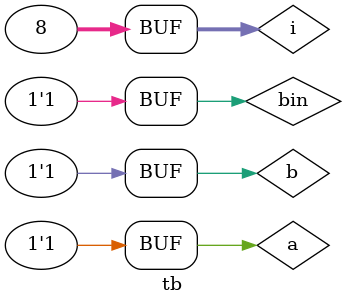
<source format=v>

module fsub(a,b,bin,diff,borrow);
  input a,b,bin;
  output reg diff,borrow;
  
  always@(a,b,bin)
    begin
      diff=a^b^bin;
      borrow=(~a&b)|(~a&bin)|(bin&b);
    end
endmodule

//testbench

module tb;
  reg a,b,bin;
  wire diff,borrow;
  integer i;
  
  fsub f1(a,b,bin,diff,borrow);
  
  initial begin
    a=0;
    b=0;
    bin=0;
    $monitor("a=%b b=%b bin=%b difference=%b borrow=%b",a,b,bin,diff,borrow);
   
    #5;
    
    for(i=0;i<8;i++)begin
      {a,b,bin}=i;
      #10;
    end
  end
  
  initial begin
    $dumpfile("dump.vcd");
    $dumpvars();
  end
endmodule
    
  
  

</source>
